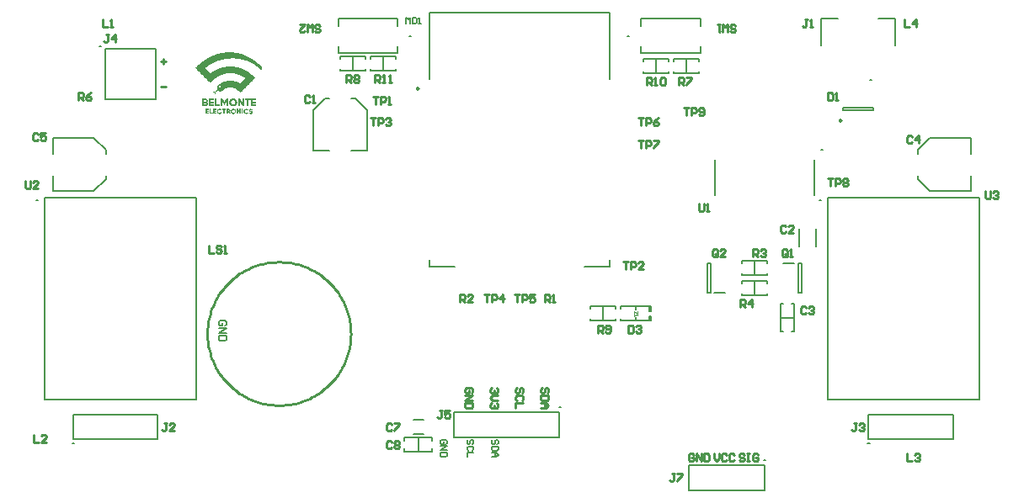
<source format=gto>
G04*
G04 #@! TF.GenerationSoftware,Altium Limited,Altium Designer,22.0.2 (36)*
G04*
G04 Layer_Color=65535*
%FSLAX25Y25*%
%MOIN*%
G70*
G04*
G04 #@! TF.SameCoordinates,A5FD766F-ED0D-4258-BB47-254A20FAC7F6*
G04*
G04*
G04 #@! TF.FilePolarity,Positive*
G04*
G01*
G75*
%ADD10C,0.00787*%
%ADD11C,0.00984*%
%ADD12C,0.01000*%
%ADD13C,0.00500*%
%ADD14C,0.00591*%
%ADD15C,0.00394*%
%ADD16C,0.00800*%
G36*
X86336Y177407D02*
X87043D01*
Y177329D01*
X87593D01*
Y177250D01*
X88143D01*
Y177171D01*
X88457D01*
Y177093D01*
X88850D01*
Y177014D01*
X89164D01*
Y176936D01*
X89400D01*
Y176857D01*
X89714D01*
Y176779D01*
X89950D01*
Y176700D01*
X90186D01*
Y176621D01*
X90343D01*
Y176543D01*
X90579D01*
Y176464D01*
X90814D01*
Y176386D01*
X90971D01*
Y176307D01*
X91207D01*
Y176229D01*
X91364D01*
Y176150D01*
X91600D01*
Y176071D01*
X91757D01*
Y175993D01*
X91914D01*
Y175914D01*
X92071D01*
Y175836D01*
X92229D01*
Y175757D01*
X92386D01*
Y175679D01*
X92543D01*
Y175600D01*
X92700D01*
Y175521D01*
X92857D01*
Y175443D01*
X93014D01*
Y175364D01*
X93093D01*
Y175286D01*
X93250D01*
Y175207D01*
X93407D01*
Y175129D01*
X93564D01*
Y175050D01*
X93643D01*
Y174971D01*
X93800D01*
Y174893D01*
X93957D01*
Y174814D01*
X94036D01*
Y174736D01*
X94193D01*
Y174657D01*
X94271D01*
Y174579D01*
X94429D01*
Y174500D01*
X94507D01*
Y174421D01*
X94664D01*
Y174343D01*
X94743D01*
Y174264D01*
X94900D01*
Y174186D01*
X94979D01*
Y174107D01*
X95136D01*
Y174029D01*
X95214D01*
Y173950D01*
X95293D01*
Y173871D01*
X95450D01*
Y173793D01*
X95529D01*
Y173714D01*
X95607D01*
Y173636D01*
X95764D01*
Y173557D01*
X95843D01*
Y173479D01*
X95921D01*
Y173400D01*
X96079D01*
Y173321D01*
X96157D01*
Y173243D01*
X96236D01*
Y173164D01*
X96314D01*
Y173086D01*
X96471D01*
Y173007D01*
X96550D01*
Y172929D01*
X96629D01*
Y172850D01*
X96707D01*
Y172771D01*
X96786D01*
Y172693D01*
X96943D01*
Y172614D01*
X97021D01*
Y172536D01*
X97100D01*
Y172457D01*
X97179D01*
Y172379D01*
X97257D01*
Y172300D01*
X97336D01*
Y172221D01*
X97414D01*
Y172143D01*
X97493D01*
Y172064D01*
X97571D01*
Y171986D01*
X97650D01*
Y171907D01*
X97729D01*
Y171829D01*
X97807D01*
Y171750D01*
X97886D01*
Y171671D01*
X97964D01*
Y171593D01*
X98043D01*
Y171436D01*
X98121D01*
Y171279D01*
X98200D01*
Y171043D01*
X98121D01*
Y170886D01*
X98043D01*
Y170807D01*
X97964D01*
Y170729D01*
X97886D01*
Y170650D01*
X97493D01*
Y170729D01*
X97336D01*
Y170807D01*
X97179D01*
Y170886D01*
X97100D01*
Y170964D01*
X97021D01*
Y171043D01*
X96943D01*
Y171121D01*
X96864D01*
Y171200D01*
X96786D01*
Y171279D01*
X96629D01*
Y171357D01*
X96550D01*
Y171436D01*
X96471D01*
Y171514D01*
X96393D01*
Y171593D01*
X96314D01*
Y171671D01*
X96236D01*
Y171750D01*
X96079D01*
Y171829D01*
X96000D01*
Y171907D01*
X95921D01*
Y171986D01*
X95843D01*
Y172064D01*
X95686D01*
Y172143D01*
X95607D01*
Y172221D01*
X95529D01*
Y172300D01*
X95371D01*
Y172379D01*
X95293D01*
Y172457D01*
X95136D01*
Y172536D01*
X95057D01*
Y172614D01*
X94900D01*
Y172693D01*
X94821D01*
Y172771D01*
X94664D01*
Y172850D01*
X94507D01*
Y172929D01*
X94429D01*
Y173007D01*
X94271D01*
Y173086D01*
X94114D01*
Y173164D01*
X93957D01*
Y173243D01*
X93800D01*
Y173321D01*
X93643D01*
Y173400D01*
X93486D01*
Y173479D01*
X93329D01*
Y173557D01*
X93171D01*
Y173636D01*
X93014D01*
Y173714D01*
X92857D01*
Y173793D01*
X92621D01*
Y173871D01*
X92464D01*
Y173950D01*
X92229D01*
Y174029D01*
X91993D01*
Y174107D01*
X91836D01*
Y174186D01*
X91600D01*
Y174264D01*
X91364D01*
Y174343D01*
X91050D01*
Y174421D01*
X90814D01*
Y174500D01*
X90500D01*
Y174579D01*
X90186D01*
Y174657D01*
X89793D01*
Y174736D01*
X89400D01*
Y174814D01*
X88929D01*
Y174893D01*
X88300D01*
Y174971D01*
X87279D01*
Y175050D01*
X85550D01*
Y174971D01*
X84529D01*
Y174893D01*
X83979D01*
Y174814D01*
X83429D01*
Y174736D01*
X83036D01*
Y174657D01*
X82643D01*
Y174579D01*
X82329D01*
Y174500D01*
X82014D01*
Y174421D01*
X81700D01*
Y174343D01*
X81386D01*
Y174264D01*
X81150D01*
Y174186D01*
X80914D01*
Y174107D01*
X80679D01*
Y174029D01*
X80443D01*
Y173950D01*
X80286D01*
Y173871D01*
X80050D01*
Y173793D01*
X79893D01*
Y173714D01*
X79657D01*
Y173636D01*
X79500D01*
Y173557D01*
X79343D01*
Y173479D01*
X79107D01*
Y173400D01*
X78950D01*
Y173321D01*
X78793D01*
Y173243D01*
X78636D01*
Y173164D01*
X78479D01*
Y173086D01*
X78321D01*
Y173007D01*
X78243D01*
Y172929D01*
X78086D01*
Y172850D01*
X77929D01*
Y172771D01*
X77771D01*
Y172693D01*
X77614D01*
Y172614D01*
X77536D01*
Y172536D01*
X77379D01*
Y172457D01*
X77221D01*
Y172379D01*
X77143D01*
Y172300D01*
X76986D01*
Y172221D01*
X76907D01*
Y172143D01*
X76750D01*
Y172064D01*
X76671D01*
Y171986D01*
X76514D01*
Y171907D01*
X76436D01*
Y171829D01*
X76279D01*
Y171750D01*
X76200D01*
Y171671D01*
X76121D01*
Y171593D01*
X75964D01*
Y171514D01*
X75886D01*
Y171436D01*
X75807D01*
Y171357D01*
X75729D01*
Y171279D01*
X75650D01*
Y171200D01*
X75571D01*
Y171121D01*
X75650D01*
Y171043D01*
X75729D01*
Y170964D01*
X75807D01*
Y170886D01*
X75886D01*
Y170807D01*
X75964D01*
Y170729D01*
X76043D01*
Y170650D01*
X76121D01*
Y170571D01*
X76200D01*
Y170493D01*
X76279D01*
Y170414D01*
X76357D01*
Y170336D01*
X76436D01*
Y170257D01*
X76514D01*
Y170179D01*
X76593D01*
Y170100D01*
X76671D01*
Y170021D01*
X76750D01*
Y169943D01*
X76829D01*
Y169864D01*
X76907D01*
Y169786D01*
X76986D01*
Y169707D01*
X77064D01*
Y169629D01*
X77143D01*
Y169550D01*
X77221D01*
Y169471D01*
X77300D01*
Y169393D01*
X77379D01*
Y169314D01*
X77457D01*
Y169236D01*
X77536D01*
Y169157D01*
X77771D01*
Y169236D01*
X77850D01*
Y169314D01*
X78007D01*
Y169393D01*
X78086D01*
Y169471D01*
X78243D01*
Y169550D01*
X78321D01*
Y169629D01*
X78400D01*
Y169707D01*
X78557D01*
Y169786D01*
X78636D01*
Y169864D01*
X78793D01*
Y169943D01*
X78950D01*
Y170021D01*
X79029D01*
Y170100D01*
X79186D01*
Y170179D01*
X79343D01*
Y170257D01*
X79421D01*
Y170336D01*
X79579D01*
Y170414D01*
X79736D01*
Y170493D01*
X79893D01*
Y170571D01*
X80050D01*
Y170650D01*
X80207D01*
Y170729D01*
X80443D01*
Y170807D01*
X80600D01*
Y170886D01*
X80757D01*
Y170964D01*
X80993D01*
Y171043D01*
X81229D01*
Y171121D01*
X81464D01*
Y171200D01*
X81621D01*
Y171279D01*
X81857D01*
Y171357D01*
X82093D01*
Y171436D01*
X82486D01*
Y171514D01*
X82800D01*
Y171593D01*
X83193D01*
Y171671D01*
X83664D01*
Y171750D01*
X84293D01*
Y171829D01*
X86807D01*
Y171750D01*
X87514D01*
Y171671D01*
X87986D01*
Y171593D01*
X88379D01*
Y171514D01*
X88693D01*
Y171436D01*
X88929D01*
Y171357D01*
X89164D01*
Y171279D01*
X89479D01*
Y171200D01*
X89636D01*
Y171121D01*
X89871D01*
Y171043D01*
X90107D01*
Y170964D01*
X90264D01*
Y170886D01*
X90500D01*
Y170807D01*
X90657D01*
Y170729D01*
X90814D01*
Y170650D01*
X90971D01*
Y170571D01*
X91050D01*
Y170493D01*
X91207D01*
Y170414D01*
X91364D01*
Y170336D01*
X91521D01*
Y170257D01*
X91679D01*
Y170179D01*
X91757D01*
Y170100D01*
X91914D01*
Y170021D01*
X92071D01*
Y169943D01*
X92150D01*
Y169864D01*
X92307D01*
Y169786D01*
X92464D01*
Y169707D01*
X92543D01*
Y169629D01*
X92700D01*
Y169550D01*
X92779D01*
Y169471D01*
X92857D01*
Y169393D01*
X93014D01*
Y169314D01*
X93093D01*
Y169236D01*
X93171D01*
Y169157D01*
X93329D01*
Y169079D01*
X93407D01*
Y169000D01*
X93486D01*
Y168921D01*
X93564D01*
Y168843D01*
X93721D01*
Y168764D01*
X93800D01*
Y168686D01*
X93879D01*
Y168607D01*
X93957D01*
Y168529D01*
X94036D01*
Y168450D01*
X94114D01*
Y168371D01*
X94271D01*
Y168293D01*
X94350D01*
Y168214D01*
X94429D01*
Y168136D01*
X94507D01*
Y168057D01*
X94586D01*
Y167979D01*
X94664D01*
Y167900D01*
X94743D01*
Y167821D01*
X94821D01*
Y167743D01*
X94900D01*
Y167664D01*
X94979D01*
Y167586D01*
X95057D01*
Y167507D01*
X95136D01*
Y167429D01*
X95214D01*
Y167036D01*
X95136D01*
Y166957D01*
X95057D01*
Y166879D01*
X94979D01*
Y166800D01*
X94900D01*
Y166721D01*
X94821D01*
Y166643D01*
X94743D01*
Y166564D01*
X94664D01*
Y166486D01*
X94586D01*
Y166407D01*
X94507D01*
Y166329D01*
X94429D01*
Y166250D01*
X94350D01*
Y166171D01*
X94271D01*
Y166093D01*
X94193D01*
Y166014D01*
X94114D01*
Y165936D01*
X94036D01*
Y165857D01*
X93957D01*
Y165779D01*
X93879D01*
Y165700D01*
X93800D01*
Y165621D01*
X93721D01*
Y165543D01*
X93643D01*
Y165464D01*
X93564D01*
Y165386D01*
X93486D01*
Y165307D01*
X93407D01*
Y165229D01*
X93329D01*
Y165150D01*
X93250D01*
Y165071D01*
X93171D01*
Y164993D01*
X93093D01*
Y164914D01*
X93014D01*
Y164836D01*
X92936D01*
Y164757D01*
X92857D01*
Y164679D01*
X92779D01*
Y164600D01*
X92700D01*
Y164521D01*
X92621D01*
Y164443D01*
X92543D01*
Y164364D01*
X92464D01*
Y164286D01*
X92386D01*
Y164207D01*
X92307D01*
Y164129D01*
X92229D01*
Y164050D01*
X92150D01*
Y163971D01*
X92071D01*
Y163893D01*
X91993D01*
Y163814D01*
X91914D01*
Y163736D01*
X91836D01*
Y163657D01*
X91757D01*
Y163579D01*
X91679D01*
Y163500D01*
X91600D01*
Y163421D01*
X91521D01*
Y163343D01*
X91443D01*
Y163264D01*
X91364D01*
Y163186D01*
X91286D01*
Y163107D01*
X91207D01*
Y163029D01*
X91129D01*
Y162950D01*
X91050D01*
Y162871D01*
X90971D01*
Y162793D01*
X90893D01*
Y162714D01*
X90814D01*
Y162636D01*
X90736D01*
Y162557D01*
X90657D01*
Y162479D01*
X90579D01*
Y162400D01*
X90500D01*
Y162321D01*
X90421D01*
Y162243D01*
X90343D01*
Y162164D01*
X90264D01*
Y162086D01*
X90186D01*
Y162007D01*
X90107D01*
Y161929D01*
X90029D01*
Y161850D01*
X89950D01*
Y161771D01*
X89871D01*
Y161693D01*
X89793D01*
Y161614D01*
X89714D01*
Y161536D01*
X89557D01*
Y161457D01*
X89400D01*
Y161536D01*
X89321D01*
Y161614D01*
X89243D01*
Y161693D01*
X89164D01*
Y161771D01*
X89086D01*
Y161850D01*
X89007D01*
Y161929D01*
X88929D01*
Y162007D01*
X88850D01*
Y162086D01*
X88693D01*
Y162164D01*
X88614D01*
Y162243D01*
X88536D01*
Y162321D01*
X88457D01*
Y162400D01*
X88379D01*
Y162479D01*
X88300D01*
Y162557D01*
X88221D01*
Y162636D01*
X88143D01*
Y162714D01*
X87986D01*
Y162793D01*
X87907D01*
Y162871D01*
X87829D01*
Y162950D01*
X87671D01*
Y163029D01*
X87514D01*
Y163107D01*
X87357D01*
Y163186D01*
X87200D01*
Y163264D01*
X86964D01*
Y163343D01*
X86729D01*
Y163421D01*
X86414D01*
Y163500D01*
X85786D01*
Y163579D01*
X85550D01*
Y163500D01*
X84764D01*
Y163421D01*
X84371D01*
Y163343D01*
X84136D01*
Y163264D01*
X83900D01*
Y163186D01*
X83743D01*
Y163107D01*
X83586D01*
Y163029D01*
X83429D01*
Y162950D01*
X83271D01*
Y162871D01*
X83193D01*
Y162793D01*
X83036D01*
Y162714D01*
X82957D01*
Y162636D01*
X82800D01*
Y162557D01*
X82721D01*
Y162479D01*
X82643D01*
Y162400D01*
X82564D01*
Y162321D01*
X82407D01*
Y162243D01*
X82329D01*
Y162164D01*
X82250D01*
Y162086D01*
X82171D01*
Y162007D01*
X81936D01*
Y161929D01*
X81229D01*
Y162007D01*
X80993D01*
Y162086D01*
X80836D01*
Y162164D01*
X80757D01*
Y162243D01*
X80679D01*
Y162321D01*
X80521D01*
Y162243D01*
X80443D01*
Y162164D01*
X80364D01*
Y162086D01*
X80207D01*
Y162007D01*
X80129D01*
Y161929D01*
X80050D01*
Y161850D01*
X79971D01*
Y161771D01*
X79893D01*
Y161693D01*
X79814D01*
Y161457D01*
X79736D01*
Y161221D01*
X79657D01*
Y161064D01*
X79579D01*
Y160907D01*
X79500D01*
Y160829D01*
X79264D01*
Y161221D01*
X79343D01*
Y161457D01*
X79421D01*
Y161614D01*
X79107D01*
Y161536D01*
X78714D01*
Y161614D01*
X78636D01*
Y161771D01*
X78714D01*
Y161850D01*
X78871D01*
Y161929D01*
X79264D01*
Y162007D01*
X79657D01*
Y162086D01*
X79736D01*
Y162164D01*
X79893D01*
Y162243D01*
X79971D01*
Y162321D01*
X80050D01*
Y162400D01*
X80129D01*
Y162479D01*
X80286D01*
Y162557D01*
X80364D01*
Y162636D01*
X80286D01*
Y162871D01*
X80207D01*
Y163579D01*
X80286D01*
Y163814D01*
X80364D01*
Y163971D01*
X80443D01*
Y164050D01*
X80521D01*
Y164207D01*
X80600D01*
Y164286D01*
X80757D01*
Y164364D01*
X80836D01*
Y164443D01*
X80914D01*
Y164521D01*
X80993D01*
Y164600D01*
X81071D01*
Y164679D01*
X81150D01*
Y164757D01*
X81229D01*
Y164836D01*
X81386D01*
Y164914D01*
X81464D01*
Y164993D01*
X81621D01*
Y165071D01*
X81700D01*
Y165150D01*
X81857D01*
Y165229D01*
X81936D01*
Y165307D01*
X82093D01*
Y165386D01*
X82250D01*
Y165464D01*
X82407D01*
Y165543D01*
X82564D01*
Y165621D01*
X82800D01*
Y165700D01*
X82957D01*
Y165779D01*
X83193D01*
Y165857D01*
X83429D01*
Y165936D01*
X83664D01*
Y166014D01*
X83979D01*
Y166093D01*
X84371D01*
Y166171D01*
X85236D01*
Y166250D01*
X86100D01*
Y166171D01*
X86650D01*
Y166093D01*
X87043D01*
Y166014D01*
X87357D01*
Y165936D01*
X87593D01*
Y165857D01*
X87907D01*
Y165779D01*
X88064D01*
Y165700D01*
X88300D01*
Y165621D01*
X88457D01*
Y165543D01*
X88614D01*
Y165464D01*
X88771D01*
Y165386D01*
X88929D01*
Y165307D01*
X89086D01*
Y165229D01*
X89243D01*
Y165150D01*
X89321D01*
Y165071D01*
X89400D01*
Y165150D01*
X89479D01*
Y165229D01*
X89557D01*
Y165307D01*
X89636D01*
Y165386D01*
X89714D01*
Y165464D01*
X89793D01*
Y165543D01*
X89871D01*
Y165621D01*
X89950D01*
Y165700D01*
X90029D01*
Y165779D01*
X90107D01*
Y165857D01*
X90186D01*
Y165936D01*
X90264D01*
Y166014D01*
X90343D01*
Y166093D01*
X90421D01*
Y166171D01*
X90500D01*
Y166250D01*
X90579D01*
Y166329D01*
X90657D01*
Y166407D01*
X90736D01*
Y166486D01*
X90814D01*
Y166564D01*
X90893D01*
Y166643D01*
X90971D01*
Y166721D01*
X91050D01*
Y166800D01*
X91129D01*
Y166879D01*
X91207D01*
Y166957D01*
X91286D01*
Y167036D01*
X91364D01*
Y167114D01*
X91443D01*
Y167271D01*
X91286D01*
Y167350D01*
X91207D01*
Y167429D01*
X91050D01*
Y167507D01*
X90971D01*
Y167586D01*
X90814D01*
Y167664D01*
X90736D01*
Y167743D01*
X90579D01*
Y167821D01*
X90421D01*
Y167900D01*
X90264D01*
Y167979D01*
X90107D01*
Y168057D01*
X90029D01*
Y168136D01*
X89871D01*
Y168214D01*
X89714D01*
Y168293D01*
X89479D01*
Y168371D01*
X89321D01*
Y168450D01*
X89086D01*
Y168529D01*
X88929D01*
Y168607D01*
X88693D01*
Y168686D01*
X88457D01*
Y168764D01*
X88221D01*
Y168843D01*
X87907D01*
Y168921D01*
X87593D01*
Y169000D01*
X87200D01*
Y169079D01*
X86807D01*
Y169157D01*
X85786D01*
Y169236D01*
X85550D01*
Y169157D01*
X84371D01*
Y169079D01*
X83821D01*
Y169000D01*
X83429D01*
Y168921D01*
X83114D01*
Y168843D01*
X82800D01*
Y168764D01*
X82564D01*
Y168686D01*
X82407D01*
Y168607D01*
X82171D01*
Y168529D01*
X81936D01*
Y168450D01*
X81779D01*
Y168371D01*
X81543D01*
Y168293D01*
X81386D01*
Y168214D01*
X81229D01*
Y168136D01*
X81071D01*
Y168057D01*
X80914D01*
Y167979D01*
X80836D01*
Y167900D01*
X80679D01*
Y167821D01*
X80521D01*
Y167743D01*
X80364D01*
Y167664D01*
X80286D01*
Y167586D01*
X80129D01*
Y167507D01*
X80050D01*
Y167429D01*
X79893D01*
Y167350D01*
X79814D01*
Y167271D01*
X79657D01*
Y167193D01*
X79579D01*
Y167114D01*
X79500D01*
Y167036D01*
X79421D01*
Y166957D01*
X79264D01*
Y166879D01*
X79186D01*
Y166800D01*
X79107D01*
Y166721D01*
X79029D01*
Y166643D01*
X78871D01*
Y166564D01*
X78793D01*
Y166486D01*
X78714D01*
Y166407D01*
X78636D01*
Y166329D01*
X78557D01*
Y166250D01*
X78479D01*
Y166171D01*
X78400D01*
Y166093D01*
X78321D01*
Y166014D01*
X78243D01*
Y165936D01*
X78164D01*
Y165857D01*
X78086D01*
Y165779D01*
X77929D01*
Y165700D01*
X77850D01*
Y165621D01*
X77771D01*
Y165543D01*
X77693D01*
Y165464D01*
X77457D01*
Y165543D01*
X77300D01*
Y165621D01*
X77221D01*
Y165700D01*
X77143D01*
Y165779D01*
X77064D01*
Y165857D01*
X76986D01*
Y165936D01*
X76907D01*
Y166014D01*
X76829D01*
Y166093D01*
X76750D01*
Y166171D01*
X76671D01*
Y166250D01*
X76593D01*
Y166329D01*
X76514D01*
Y166407D01*
X76436D01*
Y166486D01*
X76357D01*
Y166564D01*
X76279D01*
Y166643D01*
X76200D01*
Y166721D01*
X76121D01*
Y166800D01*
X76043D01*
Y166879D01*
X75964D01*
Y166957D01*
X75886D01*
Y167036D01*
X75807D01*
Y167114D01*
X75729D01*
Y167193D01*
X75650D01*
Y167271D01*
X75571D01*
Y167350D01*
X75493D01*
Y167429D01*
X75414D01*
Y167507D01*
X75336D01*
Y167586D01*
X75257D01*
Y167664D01*
X75179D01*
Y167743D01*
X75100D01*
Y167821D01*
X75021D01*
Y167900D01*
X74943D01*
Y167979D01*
X74864D01*
Y168057D01*
X74786D01*
Y168136D01*
X74707D01*
Y168214D01*
X74629D01*
Y168293D01*
X74550D01*
Y168371D01*
X74471D01*
Y168450D01*
X74393D01*
Y168529D01*
X74314D01*
Y168607D01*
X74236D01*
Y168686D01*
X74157D01*
Y168764D01*
X74079D01*
Y168843D01*
X74000D01*
Y168921D01*
X73921D01*
Y169000D01*
X73843D01*
Y169079D01*
X73764D01*
Y169157D01*
X73686D01*
Y169236D01*
X73607D01*
Y169314D01*
X73529D01*
Y169393D01*
X73450D01*
Y169471D01*
X73371D01*
Y169550D01*
X73293D01*
Y169629D01*
X73214D01*
Y169707D01*
X73136D01*
Y169786D01*
X73057D01*
Y169864D01*
X72979D01*
Y169943D01*
X72900D01*
Y170021D01*
X72821D01*
Y170100D01*
X72743D01*
Y170179D01*
X72664D01*
Y170257D01*
X72586D01*
Y170336D01*
X72507D01*
Y170414D01*
X72429D01*
Y170493D01*
X72350D01*
Y170571D01*
X72271D01*
Y170650D01*
X72193D01*
Y170729D01*
X72114D01*
Y170807D01*
X72036D01*
Y170886D01*
X71957D01*
Y170964D01*
X71879D01*
Y171043D01*
X71800D01*
Y171357D01*
X71879D01*
Y171436D01*
X71957D01*
Y171514D01*
X72036D01*
Y171593D01*
X72114D01*
Y171671D01*
X72193D01*
Y171750D01*
X72271D01*
Y171829D01*
X72350D01*
Y171907D01*
X72429D01*
Y171986D01*
X72507D01*
Y172064D01*
X72586D01*
Y172143D01*
X72664D01*
Y172221D01*
X72743D01*
Y172300D01*
X72821D01*
Y172379D01*
X72900D01*
Y172457D01*
X72979D01*
Y172536D01*
X73057D01*
Y172614D01*
X73214D01*
Y172693D01*
X73293D01*
Y172771D01*
X73371D01*
Y172850D01*
X73450D01*
Y172929D01*
X73529D01*
Y173007D01*
X73686D01*
Y173086D01*
X73764D01*
Y173164D01*
X73843D01*
Y173243D01*
X73921D01*
Y173321D01*
X74079D01*
Y173400D01*
X74157D01*
Y173479D01*
X74236D01*
Y173557D01*
X74393D01*
Y173636D01*
X74471D01*
Y173714D01*
X74550D01*
Y173793D01*
X74707D01*
Y173871D01*
X74786D01*
Y173950D01*
X74864D01*
Y174029D01*
X75021D01*
Y174107D01*
X75100D01*
Y174186D01*
X75179D01*
Y174264D01*
X75336D01*
Y174343D01*
X75414D01*
Y174421D01*
X75571D01*
Y174500D01*
X75650D01*
Y174579D01*
X75807D01*
Y174657D01*
X75886D01*
Y174736D01*
X76043D01*
Y174814D01*
X76200D01*
Y174893D01*
X76279D01*
Y174971D01*
X76436D01*
Y175050D01*
X76593D01*
Y175129D01*
X76671D01*
Y175207D01*
X76829D01*
Y175286D01*
X76986D01*
Y175364D01*
X77143D01*
Y175443D01*
X77300D01*
Y175521D01*
X77457D01*
Y175600D01*
X77536D01*
Y175679D01*
X77771D01*
Y175757D01*
X77929D01*
Y175836D01*
X78086D01*
Y175914D01*
X78243D01*
Y175993D01*
X78400D01*
Y176071D01*
X78636D01*
Y176150D01*
X78793D01*
Y176229D01*
X78950D01*
Y176307D01*
X79186D01*
Y176386D01*
X79421D01*
Y176464D01*
X79579D01*
Y176543D01*
X79814D01*
Y176621D01*
X80050D01*
Y176700D01*
X80286D01*
Y176779D01*
X80600D01*
Y176857D01*
X80836D01*
Y176936D01*
X81150D01*
Y177014D01*
X81464D01*
Y177093D01*
X81857D01*
Y177171D01*
X82250D01*
Y177250D01*
X82721D01*
Y177329D01*
X83271D01*
Y177407D01*
X84057D01*
Y177486D01*
X86336D01*
Y177407D01*
D02*
G37*
G36*
X84686Y159100D02*
X84764D01*
Y156114D01*
X83979D01*
Y157686D01*
X83900D01*
Y157607D01*
X83821D01*
Y157450D01*
X83743D01*
Y157293D01*
X83664D01*
Y157214D01*
X83586D01*
Y157057D01*
X83507D01*
Y156900D01*
X83429D01*
Y156743D01*
X83350D01*
Y156664D01*
X83271D01*
Y156586D01*
X83114D01*
Y156664D01*
X83036D01*
Y156743D01*
X82957D01*
Y156900D01*
X82879D01*
Y157057D01*
X82800D01*
Y157136D01*
X82721D01*
Y157293D01*
X82643D01*
Y157450D01*
X82564D01*
Y157607D01*
X82486D01*
Y157686D01*
X82407D01*
Y156114D01*
X81621D01*
Y159100D01*
X81700D01*
Y159179D01*
X82407D01*
Y159021D01*
X82486D01*
Y158943D01*
X82564D01*
Y158786D01*
X82643D01*
Y158629D01*
X82721D01*
Y158550D01*
X82800D01*
Y158393D01*
X82879D01*
Y158236D01*
X82957D01*
Y158157D01*
X83036D01*
Y158079D01*
Y158000D01*
X83114D01*
Y157843D01*
X83193D01*
Y157921D01*
X83271D01*
Y158000D01*
X83350D01*
Y158157D01*
X83429D01*
Y158314D01*
X83507D01*
Y158393D01*
X83586D01*
Y158550D01*
X83664D01*
Y158707D01*
X83743D01*
Y158786D01*
X83821D01*
Y158943D01*
X83900D01*
Y159100D01*
X83979D01*
Y159179D01*
X84686D01*
Y159100D01*
D02*
G37*
G36*
X90971D02*
X91050D01*
Y156114D01*
X90343D01*
Y156271D01*
X90264D01*
Y156350D01*
X90186D01*
Y156507D01*
X90107D01*
Y156586D01*
X90029D01*
Y156743D01*
X89950D01*
Y156900D01*
X89871D01*
Y156979D01*
X89793D01*
Y157057D01*
Y157136D01*
X89714D01*
Y157214D01*
X89636D01*
Y157371D01*
X89557D01*
Y157450D01*
X89479D01*
Y157607D01*
X89400D01*
Y157764D01*
X89243D01*
Y156114D01*
X88536D01*
Y159179D01*
X89321D01*
Y159021D01*
X89400D01*
Y158943D01*
X89479D01*
Y158786D01*
X89557D01*
Y158629D01*
X89636D01*
Y158550D01*
X89714D01*
Y158393D01*
X89793D01*
Y158314D01*
X89871D01*
Y158157D01*
X89950D01*
Y158079D01*
X90029D01*
Y157921D01*
X90107D01*
Y157764D01*
X90186D01*
Y157686D01*
X90264D01*
Y159179D01*
X90971D01*
Y159100D01*
D02*
G37*
G36*
X95686Y158471D02*
X94507D01*
Y158000D01*
X95607D01*
Y157293D01*
X94507D01*
Y156821D01*
X95686D01*
Y156114D01*
X93800D01*
Y159179D01*
X95686D01*
Y158471D01*
D02*
G37*
G36*
X93564D02*
X92857D01*
Y158393D01*
X92779D01*
Y156114D01*
X92071D01*
Y158471D01*
X91286D01*
Y158550D01*
Y159179D01*
X93564D01*
Y158471D01*
D02*
G37*
G36*
X80129Y156821D02*
X81307D01*
Y156114D01*
X79421D01*
Y156821D01*
Y156900D01*
Y159179D01*
X80129D01*
Y156821D01*
D02*
G37*
G36*
X78950Y158471D02*
X77771D01*
Y158000D01*
X78871D01*
Y157293D01*
X77771D01*
Y156821D01*
X78950D01*
Y156114D01*
X77064D01*
Y158393D01*
Y158471D01*
Y159179D01*
X78950D01*
Y158471D01*
D02*
G37*
G36*
X75886Y159100D02*
X76121D01*
Y159021D01*
X76279D01*
Y158943D01*
X76357D01*
Y158864D01*
X76436D01*
Y158786D01*
X76514D01*
Y158629D01*
X76593D01*
Y158314D01*
X76671D01*
Y158157D01*
X76593D01*
Y157843D01*
X76514D01*
Y157607D01*
X76593D01*
Y157529D01*
X76671D01*
Y157371D01*
X76750D01*
Y156743D01*
X76671D01*
Y156586D01*
X76593D01*
Y156429D01*
X76514D01*
Y156350D01*
X76436D01*
Y156271D01*
X76279D01*
Y156193D01*
X76121D01*
Y156114D01*
X74393D01*
Y159179D01*
X75886D01*
Y159100D01*
D02*
G37*
G36*
X86807D02*
X87200D01*
Y159021D01*
X87357D01*
Y158943D01*
X87514D01*
Y158864D01*
X87593D01*
Y158786D01*
X87671D01*
Y158707D01*
X87750D01*
Y158629D01*
X87829D01*
Y158550D01*
X87907D01*
Y158471D01*
X87986D01*
Y158314D01*
X88064D01*
Y158157D01*
X88143D01*
Y157843D01*
X88221D01*
Y157293D01*
X88143D01*
Y157057D01*
X88064D01*
Y156900D01*
X87986D01*
Y156743D01*
X87907D01*
Y156586D01*
X87829D01*
Y156507D01*
X87750D01*
Y156429D01*
X87671D01*
Y156350D01*
X87514D01*
Y156271D01*
X87436D01*
Y156193D01*
X87279D01*
Y156114D01*
X87043D01*
Y156036D01*
X86257D01*
Y156114D01*
X86021D01*
Y156193D01*
X85864D01*
Y156271D01*
X85707D01*
Y156350D01*
X85629D01*
Y156429D01*
X85550D01*
Y156507D01*
X85471D01*
Y156586D01*
X85393D01*
Y156664D01*
X85314D01*
Y156821D01*
X85236D01*
Y156979D01*
X85157D01*
Y157214D01*
X85079D01*
Y157921D01*
X85157D01*
Y158236D01*
X85236D01*
Y158314D01*
X85314D01*
Y158471D01*
X85393D01*
Y158550D01*
X85471D01*
Y158707D01*
X85550D01*
Y158786D01*
X85707D01*
Y158864D01*
X85786D01*
Y158943D01*
X85943D01*
Y159021D01*
X86100D01*
Y159100D01*
X86493D01*
Y159179D01*
X86807D01*
Y159100D01*
D02*
G37*
G36*
X93800Y155014D02*
X94036D01*
Y154936D01*
X94114D01*
Y154857D01*
X94193D01*
Y154779D01*
X94271D01*
Y154621D01*
X94193D01*
Y154543D01*
X94114D01*
Y154464D01*
X93957D01*
Y154386D01*
X93879D01*
Y154464D01*
X93800D01*
Y154543D01*
X93721D01*
Y154621D01*
X93486D01*
Y154543D01*
X93407D01*
Y154386D01*
X93486D01*
Y154307D01*
X93721D01*
Y154229D01*
X93957D01*
Y154150D01*
X94036D01*
Y154071D01*
X94193D01*
Y153993D01*
X94271D01*
Y153836D01*
X94350D01*
Y153364D01*
X94271D01*
Y153207D01*
X94193D01*
Y153129D01*
X94036D01*
Y153050D01*
X93879D01*
Y152971D01*
X93329D01*
Y153050D01*
X93171D01*
Y153129D01*
X93014D01*
Y153207D01*
X92936D01*
Y153364D01*
X92857D01*
Y153521D01*
X92936D01*
Y153600D01*
X93093D01*
Y153679D01*
X93250D01*
Y153600D01*
X93329D01*
Y153521D01*
X93486D01*
Y153443D01*
X93721D01*
Y153521D01*
X93879D01*
Y153600D01*
Y153679D01*
X93800D01*
Y153757D01*
X93643D01*
Y153836D01*
X93407D01*
Y153914D01*
X93250D01*
Y153993D01*
X93093D01*
Y154071D01*
X93014D01*
Y154229D01*
X92936D01*
Y154779D01*
X93014D01*
Y154857D01*
X93093D01*
Y154936D01*
X93171D01*
Y155014D01*
X93329D01*
Y155093D01*
X93800D01*
Y155014D01*
D02*
G37*
G36*
X92071D02*
X92307D01*
Y154936D01*
X92386D01*
Y154857D01*
X92464D01*
Y154779D01*
X92621D01*
Y154621D01*
X92700D01*
Y154543D01*
X92621D01*
Y154464D01*
X92543D01*
Y154386D01*
X92386D01*
Y154307D01*
X92229D01*
Y154464D01*
X92071D01*
Y154543D01*
X91914D01*
Y154621D01*
X91679D01*
Y154543D01*
X91521D01*
Y154464D01*
X91443D01*
Y154386D01*
X91364D01*
Y154307D01*
X91286D01*
Y153757D01*
X91364D01*
Y153679D01*
X91443D01*
Y153600D01*
X91521D01*
Y153521D01*
X91679D01*
Y153443D01*
X91914D01*
Y153521D01*
X92071D01*
Y153600D01*
X92229D01*
Y153757D01*
X92386D01*
Y153679D01*
X92543D01*
Y153600D01*
X92700D01*
Y153443D01*
X92621D01*
Y153364D01*
X92543D01*
Y153286D01*
X92464D01*
Y153207D01*
X92386D01*
Y153129D01*
X92229D01*
Y153050D01*
X92071D01*
Y152971D01*
X91521D01*
Y153050D01*
X91364D01*
Y153129D01*
X91207D01*
Y153207D01*
X91129D01*
Y153286D01*
X91050D01*
Y153364D01*
X90971D01*
Y153443D01*
X90893D01*
Y153600D01*
X90814D01*
Y153836D01*
X90736D01*
Y154229D01*
X90814D01*
Y154464D01*
X90893D01*
Y154621D01*
X90971D01*
Y154700D01*
X91050D01*
Y154779D01*
X91129D01*
Y154857D01*
X91207D01*
Y154936D01*
X91364D01*
Y155014D01*
X91521D01*
Y155093D01*
X92071D01*
Y155014D01*
D02*
G37*
G36*
X81543D02*
X81700D01*
Y154936D01*
X81857D01*
Y154857D01*
X81936D01*
Y154779D01*
X82014D01*
Y154700D01*
X82093D01*
Y154464D01*
X81936D01*
Y154386D01*
X81779D01*
Y154307D01*
X81700D01*
Y154386D01*
X81621D01*
Y154464D01*
X81543D01*
Y154543D01*
X81386D01*
Y154621D01*
X81150D01*
Y154543D01*
X80914D01*
Y154464D01*
X80836D01*
Y154386D01*
X80757D01*
Y154229D01*
X80679D01*
Y153836D01*
X80757D01*
Y153679D01*
X80836D01*
Y153600D01*
X80993D01*
Y153521D01*
X81150D01*
Y153443D01*
X81307D01*
Y153521D01*
X81543D01*
Y153600D01*
X81621D01*
Y153679D01*
X81700D01*
Y153757D01*
X81857D01*
Y153679D01*
X81936D01*
Y153600D01*
X82093D01*
Y153364D01*
X82014D01*
Y153286D01*
X81936D01*
Y153207D01*
X81857D01*
Y153129D01*
X81700D01*
Y153050D01*
X81543D01*
Y152971D01*
X80993D01*
Y153050D01*
X80757D01*
Y153129D01*
X80600D01*
Y153207D01*
X80521D01*
Y153286D01*
X80443D01*
Y153364D01*
X80364D01*
Y153521D01*
X80286D01*
Y153679D01*
X80207D01*
Y154386D01*
X80286D01*
Y154543D01*
X80364D01*
Y154700D01*
X80443D01*
Y154779D01*
X80521D01*
Y154857D01*
X80600D01*
Y154936D01*
X80757D01*
Y155014D01*
X80993D01*
Y155093D01*
X81543D01*
Y155014D01*
D02*
G37*
G36*
X89636Y153050D02*
X89243D01*
Y153129D01*
X89164D01*
Y153286D01*
X89086D01*
Y153364D01*
X89007D01*
Y153521D01*
X88929D01*
Y153600D01*
X88850D01*
Y153757D01*
X88771D01*
Y153836D01*
X88693D01*
Y153993D01*
X88614D01*
Y154150D01*
X88536D01*
Y153050D01*
X87986D01*
Y155093D01*
X88536D01*
Y155014D01*
X88614D01*
Y154857D01*
X88693D01*
Y154779D01*
X88771D01*
Y154621D01*
X88850D01*
Y154464D01*
X88929D01*
Y154386D01*
X89007D01*
Y154229D01*
X89086D01*
Y154150D01*
X89164D01*
Y155093D01*
X89636D01*
Y153050D01*
D02*
G37*
G36*
X90500D02*
X90029D01*
Y153443D01*
Y153521D01*
Y155093D01*
X90500D01*
Y153050D01*
D02*
G37*
G36*
X85079Y155014D02*
X85236D01*
Y154936D01*
X85314D01*
Y154857D01*
X85393D01*
Y154779D01*
X85471D01*
Y154621D01*
X85550D01*
Y154150D01*
X85471D01*
Y153993D01*
X85393D01*
Y153914D01*
X85314D01*
Y153836D01*
X85236D01*
Y153757D01*
X85314D01*
Y153600D01*
X85393D01*
Y153443D01*
X85471D01*
Y153364D01*
X85550D01*
Y153207D01*
X85629D01*
Y153050D01*
X85079D01*
Y153207D01*
X85000D01*
Y153286D01*
X84921D01*
Y153443D01*
X84843D01*
Y153600D01*
X84764D01*
Y153679D01*
X84529D01*
Y153050D01*
X83979D01*
Y153521D01*
Y153600D01*
Y155093D01*
X85079D01*
Y155014D01*
D02*
G37*
G36*
X83821Y154700D02*
Y154621D01*
X83271D01*
Y153050D01*
X82800D01*
Y154621D01*
X82250D01*
Y155093D01*
X83821D01*
Y154700D01*
D02*
G37*
G36*
X80050Y154621D02*
X79264D01*
Y154307D01*
X79971D01*
Y153836D01*
X79264D01*
Y153521D01*
X80050D01*
Y153050D01*
X78793D01*
Y155093D01*
X80050D01*
Y154621D01*
D02*
G37*
G36*
X77771Y153521D02*
X78557D01*
Y153050D01*
X77300D01*
Y155093D01*
X77771D01*
Y153521D01*
D02*
G37*
G36*
X76986Y154621D02*
X76200D01*
Y154307D01*
X76907D01*
Y153836D01*
X76200D01*
Y153521D01*
X76986D01*
Y153050D01*
X75729D01*
Y155093D01*
X76986D01*
Y154621D01*
D02*
G37*
G36*
X87043Y155014D02*
X87200D01*
Y154936D01*
X87357D01*
Y154857D01*
X87436D01*
Y154779D01*
X87514D01*
Y154700D01*
X87593D01*
Y154621D01*
X87671D01*
Y154464D01*
X87750D01*
Y153679D01*
X87671D01*
Y153521D01*
X87593D01*
Y153364D01*
X87514D01*
Y153286D01*
X87436D01*
Y153207D01*
X87357D01*
Y153129D01*
X87200D01*
Y153050D01*
X87043D01*
Y152971D01*
X86493D01*
Y153050D01*
X86257D01*
Y153129D01*
X86100D01*
Y153207D01*
X86021D01*
Y153286D01*
X85943D01*
Y153364D01*
X85864D01*
Y153521D01*
X85786D01*
Y153679D01*
X85707D01*
Y154386D01*
X85786D01*
Y154543D01*
X85864D01*
Y154700D01*
X85943D01*
Y154779D01*
X86021D01*
Y154857D01*
X86100D01*
Y154936D01*
X86257D01*
Y155014D01*
X86493D01*
Y155093D01*
X87043D01*
Y155014D01*
D02*
G37*
%LPC*%
G36*
X81543Y164286D02*
X81150D01*
Y164207D01*
X81071D01*
Y164129D01*
X80993D01*
Y163657D01*
X81071D01*
Y163579D01*
X81150D01*
Y163500D01*
X81543D01*
Y163579D01*
X81621D01*
Y163657D01*
X81700D01*
Y163736D01*
X81779D01*
Y163971D01*
X81700D01*
Y164129D01*
X81621D01*
Y164207D01*
X81543D01*
Y164286D01*
D02*
G37*
G36*
X75886Y158471D02*
X75179D01*
Y158393D01*
X75100D01*
Y158236D01*
Y158157D01*
Y158000D01*
X75886D01*
Y158079D01*
X75964D01*
Y158314D01*
X75886D01*
Y158471D01*
D02*
G37*
G36*
X75964Y157293D02*
X75179D01*
Y157214D01*
X75100D01*
Y156821D01*
X75964D01*
Y156900D01*
X76043D01*
Y157214D01*
X75964D01*
Y157293D01*
D02*
G37*
G36*
X86964Y158393D02*
X86336D01*
Y158314D01*
X86179D01*
Y158236D01*
X86100D01*
Y158157D01*
X86021D01*
Y158079D01*
X85943D01*
Y158000D01*
X85864D01*
Y157764D01*
X85786D01*
Y157607D01*
Y157529D01*
Y157450D01*
X85864D01*
Y157214D01*
X85943D01*
Y157057D01*
X86021D01*
Y156979D01*
X86100D01*
Y156900D01*
X86257D01*
Y156821D01*
X86493D01*
Y156743D01*
X86807D01*
Y156821D01*
X87043D01*
Y156900D01*
X87121D01*
Y156979D01*
X87200D01*
Y157057D01*
X87279D01*
Y157136D01*
X87357D01*
Y157214D01*
X87436D01*
Y157921D01*
X87357D01*
Y158079D01*
X87279D01*
Y158157D01*
X87200D01*
Y158236D01*
X87121D01*
Y158314D01*
X86964D01*
Y158393D01*
D02*
G37*
G36*
X85000Y154621D02*
X84529D01*
Y154150D01*
X85000D01*
Y154229D01*
X85079D01*
Y154543D01*
X85000D01*
Y154621D01*
D02*
G37*
G36*
X86886D02*
X86650D01*
Y154543D01*
X86414D01*
Y154464D01*
X86336D01*
Y154386D01*
X86257D01*
Y154229D01*
X86179D01*
Y153836D01*
X86257D01*
Y153679D01*
X86336D01*
Y153600D01*
X86493D01*
Y153521D01*
X86650D01*
Y153443D01*
X86886D01*
Y153521D01*
X87043D01*
Y153600D01*
X87121D01*
Y153679D01*
X87200D01*
Y153836D01*
X87279D01*
Y154229D01*
X87200D01*
Y154386D01*
X87121D01*
Y154464D01*
X87043D01*
Y154543D01*
X86886D01*
Y154621D01*
D02*
G37*
%LPD*%
D10*
X319394Y119000D02*
X318606D01*
X319394D01*
X9394D02*
X8606D01*
X9394D01*
X320051Y138827D02*
X319264D01*
X320051D01*
X157126Y184000D02*
X156339D01*
X157126D01*
X243457D02*
X242669D01*
X243457D01*
X297394Y16000D02*
X296606D01*
X297394D01*
X216394Y37000D02*
X215606D01*
X216394D01*
X34394Y180000D02*
X33606D01*
X34394D01*
X338520Y22500D02*
X337732D01*
X338520D01*
X23646D02*
X22858D01*
X23646D01*
X339512Y166677D02*
X338724D01*
X339512D01*
X274213Y82291D02*
X275787D01*
X274213D02*
Y93709D01*
X275787D01*
Y82291D02*
Y93709D01*
X277165Y82095D02*
X281496D01*
X310213Y93709D02*
X311787D01*
Y82291D02*
Y93709D01*
X310213Y82291D02*
X311787D01*
X310213D02*
Y93709D01*
X304504Y93906D02*
X308835D01*
X164370Y166707D02*
Y193144D01*
Y92356D02*
Y95211D01*
X225748Y92356D02*
X235630D01*
X164370D02*
X174252D01*
X235630Y166707D02*
Y193144D01*
Y92356D02*
Y95211D01*
X164370Y193144D02*
X235630D01*
X297000Y4000D02*
Y14000D01*
X267000Y4000D02*
X297000D01*
X267000Y14000D02*
X297000D01*
X267000Y4000D02*
Y14000D01*
X174000Y25000D02*
Y35000D01*
X215728D01*
X174000Y25000D02*
X215728D01*
Y35000D01*
X338126Y33700D02*
X371626D01*
X338126Y24300D02*
Y33700D01*
X371626Y24300D02*
Y33700D01*
X338126Y24300D02*
X371626D01*
X23252Y33700D02*
X56752D01*
X23252Y24300D02*
Y33700D01*
X56752Y24300D02*
Y33700D01*
X23252Y24300D02*
X56752D01*
X327898Y154409D02*
Y155591D01*
X340102Y154409D02*
Y155591D01*
X327898Y154409D02*
X340102D01*
X327898Y155591D02*
X340102D01*
X158031Y26146D02*
X161968D01*
X158031Y31854D02*
X161968D01*
X36236Y137331D02*
Y138906D01*
X31512Y143630D02*
X36236Y138906D01*
X15370Y143630D02*
X31512D01*
X15370Y137331D02*
Y143630D01*
X36236Y127094D02*
Y128669D01*
X31512Y122370D02*
X36236Y127094D01*
X15370Y122370D02*
X31512D01*
X15370D02*
Y128669D01*
X357764Y127094D02*
Y128669D01*
Y127094D02*
X362488Y122370D01*
X378630D01*
Y128669D01*
X357764Y137331D02*
Y138906D01*
X362488Y143630D01*
X378630D01*
Y137331D02*
Y143630D01*
X317358Y100576D02*
Y107466D01*
X310654Y100555D02*
Y107445D01*
X123094Y159236D02*
X124669D01*
X118370Y154512D02*
X123094Y159236D01*
X118370Y138370D02*
Y154512D01*
Y138370D02*
X124669D01*
X133331Y159236D02*
X134906D01*
X139630Y154512D01*
Y138370D02*
Y154512D01*
X133331Y138370D02*
X139630D01*
X83476Y69119D02*
X83975Y69618D01*
Y70618D01*
X83476Y71118D01*
X81476D01*
X80976Y70618D01*
Y69618D01*
X81476Y69119D01*
X82476D01*
Y70118D01*
X80976Y68119D02*
X83975D01*
X80976Y66120D01*
X83975D01*
Y65120D02*
X80976D01*
Y63620D01*
X81476Y63121D01*
X83476D01*
X83975Y63620D01*
Y65120D01*
D11*
X160039Y163163D02*
X159301Y163590D01*
Y162737D01*
X160039Y163163D01*
X327406Y150472D02*
X326667Y150899D01*
Y150046D01*
X327406Y150472D01*
D12*
X133185Y66000D02*
X133168Y67002D01*
X133115Y68003D01*
X133026Y69001D01*
X132903Y69995D01*
X132744Y70985D01*
X132551Y71968D01*
X132323Y72944D01*
X132061Y73911D01*
X131765Y74868D01*
X131435Y75815D01*
X131072Y76749D01*
X130676Y77669D01*
X130248Y78575D01*
X129789Y79466D01*
X129298Y80339D01*
X128777Y81195D01*
X128225Y82032D01*
X127645Y82849D01*
X127036Y83645D01*
X126400Y84419D01*
X125736Y85170D01*
X125047Y85897D01*
X124332Y86599D01*
X123593Y87276D01*
X122830Y87926D01*
X122045Y88549D01*
X121238Y89144D01*
X120411Y89709D01*
X119565Y90246D01*
X118700Y90752D01*
X117818Y91227D01*
X116920Y91671D01*
X116006Y92083D01*
X115078Y92462D01*
X114138Y92809D01*
X113186Y93122D01*
X112224Y93401D01*
X111252Y93646D01*
X110273Y93857D01*
X109286Y94033D01*
X108294Y94174D01*
X107297Y94280D01*
X106298Y94350D01*
X105296Y94386D01*
X104294D01*
X103293Y94350D01*
X102293Y94280D01*
X101297Y94174D01*
X100305Y94033D01*
X99318Y93857D01*
X98338Y93646D01*
X97367Y93401D01*
X96404Y93122D01*
X95452Y92809D01*
X94512Y92462D01*
X93585Y92083D01*
X92671Y91671D01*
X91773Y91227D01*
X90891Y90752D01*
X90026Y90246D01*
X89179Y89710D01*
X88352Y89144D01*
X87546Y88549D01*
X86761Y87926D01*
X85998Y87276D01*
X85259Y86599D01*
X84544Y85897D01*
X83855Y85170D01*
X83191Y84419D01*
X82554Y83645D01*
X81946Y82849D01*
X81365Y82032D01*
X80814Y81195D01*
X80293Y80339D01*
X79802Y79466D01*
X79342Y78575D01*
X78914Y77669D01*
X78518Y76749D01*
X78155Y75815D01*
X77826Y74868D01*
X77530Y73911D01*
X77267Y72944D01*
X77039Y71968D01*
X76846Y70985D01*
X76688Y69995D01*
X76564Y69001D01*
X76476Y68003D01*
X76423Y67002D01*
X76405Y66000D01*
X76423Y64998D01*
X76476Y63997D01*
X76564Y62999D01*
X76688Y62005D01*
X76846Y61015D01*
X77039Y60032D01*
X77267Y59056D01*
X77530Y58089D01*
X77826Y57132D01*
X78156Y56185D01*
X78518Y55251D01*
X78914Y54331D01*
X79342Y53425D01*
X79802Y52534D01*
X80293Y51661D01*
X80814Y50805D01*
X81365Y49968D01*
X81946Y49151D01*
X82554Y48355D01*
X83191Y47581D01*
X83855Y46830D01*
X84544Y46103D01*
X85259Y45401D01*
X85998Y44724D01*
X86761Y44074D01*
X87546Y43451D01*
X88352Y42856D01*
X89179Y42290D01*
X90026Y41754D01*
X90891Y41248D01*
X91773Y40773D01*
X92671Y40329D01*
X93585Y39917D01*
X94512Y39538D01*
X95452Y39191D01*
X96404Y38878D01*
X97367Y38599D01*
X98339Y38354D01*
X99318Y38143D01*
X100305Y37967D01*
X101297Y37826D01*
X102293Y37720D01*
X103293Y37650D01*
X104294Y37614D01*
X105296D01*
X106298Y37650D01*
X107297Y37720D01*
X108294Y37826D01*
X109286Y37967D01*
X110273Y38143D01*
X111252Y38354D01*
X112224Y38599D01*
X113186Y38878D01*
X114138Y39191D01*
X115078Y39538D01*
X116006Y39917D01*
X116920Y40329D01*
X117818Y40773D01*
X118700Y41248D01*
X119565Y41754D01*
X120411Y42290D01*
X121238Y42856D01*
X122045Y43451D01*
X122830Y44074D01*
X123592Y44724D01*
X124332Y45401D01*
X125047Y46103D01*
X125736Y46830D01*
X126400Y47581D01*
X127036Y48355D01*
X127645Y49151D01*
X128225Y49968D01*
X128777Y50805D01*
X129298Y51660D01*
X129789Y52534D01*
X130248Y53425D01*
X130676Y54331D01*
X131072Y55251D01*
X131435Y56185D01*
X131765Y57132D01*
X132061Y58089D01*
X132323Y59056D01*
X132551Y60032D01*
X132744Y61015D01*
X132903Y62005D01*
X133026Y62999D01*
X133115Y63997D01*
X133168Y64998D01*
X133185Y66000D01*
X288999Y18000D02*
X288499Y18499D01*
X287500D01*
X287000Y18000D01*
Y17500D01*
X287500Y17000D01*
X288499D01*
X288999Y16500D01*
Y16000D01*
X288499Y15500D01*
X287500D01*
X287000Y16000D01*
X289999Y18499D02*
X290999D01*
X290499D01*
Y15500D01*
X289999D01*
X290999D01*
X294497Y18000D02*
X293998Y18499D01*
X292998D01*
X292498Y18000D01*
Y16000D01*
X292998Y15500D01*
X293998D01*
X294497Y16000D01*
Y17000D01*
X293498D01*
X277000Y18499D02*
Y16500D01*
X278000Y15500D01*
X278999Y16500D01*
Y18499D01*
X281998Y18000D02*
X281499Y18499D01*
X280499D01*
X279999Y18000D01*
Y16000D01*
X280499Y15500D01*
X281499D01*
X281998Y16000D01*
X284997Y18000D02*
X284498Y18499D01*
X283498D01*
X282998Y18000D01*
Y16000D01*
X283498Y15500D01*
X284498D01*
X284997Y16000D01*
X268999Y18000D02*
X268499Y18499D01*
X267500D01*
X267000Y18000D01*
Y16000D01*
X267500Y15500D01*
X268499D01*
X268999Y16000D01*
Y17000D01*
X268000D01*
X269999Y15500D02*
Y18499D01*
X271998Y15500D01*
Y18499D01*
X272998D02*
Y15500D01*
X274498D01*
X274997Y16000D01*
Y18000D01*
X274498Y18499D01*
X272998D01*
X181000Y42498D02*
X181500Y42998D01*
Y43997D01*
X181000Y44497D01*
X179000D01*
X178501Y43997D01*
Y42998D01*
X179000Y42498D01*
X180000D01*
Y43498D01*
X178501Y41498D02*
X181500D01*
X178501Y39499D01*
X181500D01*
Y38499D02*
X178501D01*
Y37000D01*
X179000Y36500D01*
X181000D01*
X181500Y37000D01*
Y38499D01*
X191000Y44497D02*
X191500Y43997D01*
Y42998D01*
X191000Y42498D01*
X190500D01*
X190000Y42998D01*
Y43498D01*
Y42998D01*
X189500Y42498D01*
X189000D01*
X188501Y42998D01*
Y43997D01*
X189000Y44497D01*
X191500Y41498D02*
X189500D01*
X188501Y40499D01*
X189500Y39499D01*
X191500D01*
X191000Y38499D02*
X191500Y37999D01*
Y37000D01*
X191000Y36500D01*
X190500D01*
X190000Y37000D01*
Y37499D01*
Y37000D01*
X189500Y36500D01*
X189000D01*
X188501Y37000D01*
Y37999D01*
X189000Y38499D01*
X201000Y42498D02*
X201500Y42998D01*
Y43998D01*
X201000Y44497D01*
X200500D01*
X200000Y43998D01*
Y42998D01*
X199500Y42498D01*
X199000D01*
X198501Y42998D01*
Y43998D01*
X199000Y44497D01*
X201000Y39499D02*
X201500Y39999D01*
Y40999D01*
X201000Y41498D01*
X199000D01*
X198501Y40999D01*
Y39999D01*
X199000Y39499D01*
X201500Y38499D02*
X198501D01*
Y36500D01*
X211000Y42498D02*
X211499Y42998D01*
Y43997D01*
X211000Y44497D01*
X210500D01*
X210000Y43997D01*
Y42998D01*
X209500Y42498D01*
X209000D01*
X208500Y42998D01*
Y43997D01*
X209000Y44497D01*
X211499Y41498D02*
X208500D01*
Y39999D01*
X209000Y39499D01*
X211000D01*
X211499Y39999D01*
Y41498D01*
X208500Y38499D02*
X210500D01*
X211499Y37500D01*
X210500Y36500D01*
X208500D01*
X210000D01*
Y38499D01*
X58000Y174000D02*
X60000D01*
X59000Y175000D02*
Y173000D01*
X58000Y164000D02*
X60000D01*
X210001Y78500D02*
Y81499D01*
X211500D01*
X212000Y81000D01*
Y80000D01*
X211500Y79500D01*
X210001D01*
X211000D02*
X212000Y78500D01*
X213000D02*
X213999D01*
X213499D01*
Y81499D01*
X213000Y81000D01*
X176501Y78500D02*
Y81499D01*
X178000D01*
X178500Y81000D01*
Y80000D01*
X178000Y79500D01*
X176501D01*
X177500D02*
X178500Y78500D01*
X181499D02*
X179500D01*
X181499Y80500D01*
Y81000D01*
X180999Y81499D01*
X180000D01*
X179500Y81000D01*
X241000Y94499D02*
X242999D01*
X242000D01*
Y91501D01*
X243999D02*
Y94499D01*
X245498D01*
X245998Y94000D01*
Y93000D01*
X245498Y92500D01*
X243999D01*
X248997Y91501D02*
X246998D01*
X248997Y93500D01*
Y94000D01*
X248498Y94499D01*
X247498D01*
X246998Y94000D01*
X186001Y81499D02*
X188001D01*
X187001D01*
Y78500D01*
X189000D02*
Y81499D01*
X190500D01*
X191000Y81000D01*
Y80000D01*
X190500Y79500D01*
X189000D01*
X193499Y78500D02*
Y81499D01*
X191999Y80000D01*
X193999D01*
X198001Y81499D02*
X200001D01*
X199001D01*
Y78500D01*
X201000D02*
Y81499D01*
X202500D01*
X203000Y81000D01*
Y80000D01*
X202500Y79500D01*
X201000D01*
X205999Y81499D02*
X203999D01*
Y80000D01*
X204999Y80500D01*
X205499D01*
X205999Y80000D01*
Y79000D01*
X205499Y78500D01*
X204499D01*
X203999Y79000D01*
X247001Y142499D02*
X249001D01*
X248001D01*
Y139500D01*
X250000D02*
Y142499D01*
X251500D01*
X252000Y142000D01*
Y141000D01*
X251500Y140500D01*
X250000D01*
X252999Y142499D02*
X254999D01*
Y142000D01*
X252999Y140000D01*
Y139500D01*
X247001Y151499D02*
X249001D01*
X248001D01*
Y148501D01*
X250000D02*
Y151499D01*
X251500D01*
X252000Y151000D01*
Y150000D01*
X251500Y149500D01*
X250000D01*
X254999Y151499D02*
X253999Y151000D01*
X252999Y150000D01*
Y149000D01*
X253499Y148501D01*
X254499D01*
X254999Y149000D01*
Y149500D01*
X254499Y150000D01*
X252999D01*
X142000Y159958D02*
X143999D01*
X143000D01*
Y156959D01*
X144999D02*
Y159958D01*
X146499D01*
X146998Y159458D01*
Y158459D01*
X146499Y157959D01*
X144999D01*
X147998Y156959D02*
X148998D01*
X148498D01*
Y159958D01*
X147998Y159458D01*
X322001Y127499D02*
X324001D01*
X323001D01*
Y124501D01*
X325000D02*
Y127499D01*
X326500D01*
X327000Y127000D01*
Y126000D01*
X326500Y125500D01*
X325000D01*
X327999Y127000D02*
X328499Y127499D01*
X329499D01*
X329999Y127000D01*
Y126500D01*
X329499Y126000D01*
X329999Y125500D01*
Y125000D01*
X329499Y124501D01*
X328499D01*
X327999Y125000D01*
Y125500D01*
X328499Y126000D01*
X327999Y126500D01*
Y127000D01*
X328499Y126000D02*
X329499D01*
X265001Y155499D02*
X267001D01*
X266001D01*
Y152500D01*
X268000D02*
Y155499D01*
X269500D01*
X270000Y155000D01*
Y154000D01*
X269500Y153500D01*
X268000D01*
X270999Y153000D02*
X271499Y152500D01*
X272499D01*
X272999Y153000D01*
Y155000D01*
X272499Y155499D01*
X271499D01*
X270999Y155000D01*
Y154500D01*
X271499Y154000D01*
X272999D01*
X141001Y151499D02*
X143001D01*
X142001D01*
Y148501D01*
X144000D02*
Y151499D01*
X145500D01*
X146000Y151000D01*
Y150000D01*
X145500Y149500D01*
X144000D01*
X146999Y151000D02*
X147499Y151499D01*
X148499D01*
X148999Y151000D01*
Y150500D01*
X148499Y150000D01*
X147999D01*
X148499D01*
X148999Y149500D01*
Y149000D01*
X148499Y148501D01*
X147499D01*
X146999Y149000D01*
X37500Y184500D02*
X36500D01*
X37000D01*
Y182000D01*
X36500Y181500D01*
X36001D01*
X35501Y182000D01*
X39999Y181500D02*
Y184500D01*
X38500Y183000D01*
X40499D01*
X384501Y122500D02*
Y120000D01*
X385001Y119501D01*
X386000D01*
X386500Y120000D01*
Y122500D01*
X387500Y122000D02*
X388000Y122500D01*
X388999D01*
X389499Y122000D01*
Y121500D01*
X388999Y121000D01*
X388499D01*
X388999D01*
X389499Y120500D01*
Y120000D01*
X388999Y119501D01*
X388000D01*
X387500Y120000D01*
X4501Y126499D02*
Y124000D01*
X5001Y123501D01*
X6000D01*
X6500Y124000D01*
Y126499D01*
X9499Y123501D02*
X7500D01*
X9499Y125500D01*
Y126000D01*
X8999Y126499D01*
X8000D01*
X7500Y126000D01*
X271001Y117499D02*
Y115000D01*
X271500Y114500D01*
X272500D01*
X273000Y115000D01*
Y117499D01*
X274000Y114500D02*
X274999D01*
X274500D01*
Y117499D01*
X274000Y117000D01*
X118999Y186000D02*
X119499Y185501D01*
X120499D01*
X120999Y186000D01*
Y186500D01*
X120499Y187000D01*
X119499D01*
X118999Y187500D01*
Y188000D01*
X119499Y188499D01*
X120499D01*
X120999Y188000D01*
X118000Y185501D02*
Y188499D01*
X117000Y187500D01*
X116000Y188499D01*
Y185501D01*
X113001Y188499D02*
X115001D01*
X113001Y186500D01*
Y186000D01*
X113501Y185501D01*
X114501D01*
X115001Y186000D01*
X283500D02*
X283999Y185501D01*
X284999D01*
X285499Y186000D01*
Y186500D01*
X284999Y187000D01*
X283999D01*
X283500Y187500D01*
Y188000D01*
X283999Y188499D01*
X284999D01*
X285499Y188000D01*
X282500Y185501D02*
Y188499D01*
X281500Y187500D01*
X280501Y188499D01*
Y185501D01*
X279501Y188499D02*
X278501D01*
X279001D01*
Y185501D01*
X279501Y186000D01*
X142751Y165500D02*
Y168500D01*
X144251D01*
X144750Y168000D01*
Y167000D01*
X144251Y166500D01*
X142751D01*
X143751D02*
X144750Y165500D01*
X145750D02*
X146750D01*
X146250D01*
Y168500D01*
X145750Y168000D01*
X148249Y165500D02*
X149249D01*
X148749D01*
Y168500D01*
X148249Y168000D01*
X250251Y164500D02*
Y167499D01*
X251751D01*
X252251Y167000D01*
Y166000D01*
X251751Y165500D01*
X250251D01*
X251251D02*
X252251Y164500D01*
X253250D02*
X254250D01*
X253750D01*
Y167499D01*
X253250Y167000D01*
X255749D02*
X256249Y167499D01*
X257249D01*
X257749Y167000D01*
Y165000D01*
X257249Y164500D01*
X256249D01*
X255749Y165000D01*
Y167000D01*
X231016Y66350D02*
Y69349D01*
X232516D01*
X233016Y68849D01*
Y67849D01*
X232516Y67350D01*
X231016D01*
X232016D02*
X233016Y66350D01*
X234016Y66850D02*
X234515Y66350D01*
X235515D01*
X236015Y66850D01*
Y68849D01*
X235515Y69349D01*
X234515D01*
X234016Y68849D01*
Y68349D01*
X234515Y67849D01*
X236015D01*
X131501Y165500D02*
Y168500D01*
X133000D01*
X133500Y168000D01*
Y167000D01*
X133000Y166500D01*
X131501D01*
X132501D02*
X133500Y165500D01*
X134500Y168000D02*
X135000Y168500D01*
X135999D01*
X136499Y168000D01*
Y167500D01*
X135999Y167000D01*
X136499Y166500D01*
Y166000D01*
X135999Y165500D01*
X135000D01*
X134500Y166000D01*
Y166500D01*
X135000Y167000D01*
X134500Y167500D01*
Y168000D01*
X135000Y167000D02*
X135999D01*
X263060Y164500D02*
Y167499D01*
X264559D01*
X265059Y167000D01*
Y166000D01*
X264559Y165500D01*
X263060D01*
X264059D02*
X265059Y164500D01*
X266059Y167499D02*
X268058D01*
Y167000D01*
X266059Y165000D01*
Y164500D01*
X25501Y158501D02*
Y161500D01*
X27000D01*
X27500Y161000D01*
Y160000D01*
X27000Y159500D01*
X25501D01*
X26500D02*
X27500Y158501D01*
X30499Y161500D02*
X29500Y161000D01*
X28500Y160000D01*
Y159000D01*
X29000Y158501D01*
X29999D01*
X30499Y159000D01*
Y159500D01*
X29999Y160000D01*
X28500D01*
X287501Y76500D02*
Y79500D01*
X289000D01*
X289500Y79000D01*
Y78000D01*
X289000Y77500D01*
X287501D01*
X288500D02*
X289500Y76500D01*
X291999D02*
Y79500D01*
X290500Y78000D01*
X292499D01*
X292501Y96500D02*
Y99499D01*
X294000D01*
X294500Y99000D01*
Y98000D01*
X294000Y97500D01*
X292501D01*
X293500D02*
X294500Y96500D01*
X295500Y99000D02*
X296000Y99499D01*
X296999D01*
X297499Y99000D01*
Y98500D01*
X296999Y98000D01*
X296499D01*
X296999D01*
X297499Y97500D01*
Y97000D01*
X296999Y96500D01*
X296000D01*
X295500Y97000D01*
X278500D02*
Y99000D01*
X278000Y99499D01*
X277001D01*
X276501Y99000D01*
Y97000D01*
X277001Y96500D01*
X278000D01*
X277501Y97500D02*
X278500Y96500D01*
X278000D02*
X278500Y97000D01*
X281499Y96500D02*
X279500D01*
X281499Y98500D01*
Y99000D01*
X280999Y99499D01*
X280000D01*
X279500Y99000D01*
X306000Y97000D02*
Y99000D01*
X305500Y99499D01*
X304501D01*
X304001Y99000D01*
Y97000D01*
X304501Y96500D01*
X305500D01*
X305000Y97500D02*
X306000Y96500D01*
X305500D02*
X306000Y97000D01*
X307000Y96500D02*
X307999D01*
X307500D01*
Y99499D01*
X307000Y99000D01*
X76900Y100899D02*
Y97900D01*
X78899D01*
X81898Y100399D02*
X81399Y100899D01*
X80399D01*
X79899Y100399D01*
Y99899D01*
X80399Y99400D01*
X81399D01*
X81898Y98900D01*
Y98400D01*
X81399Y97900D01*
X80399D01*
X79899Y98400D01*
X82898Y97900D02*
X83898D01*
X83398D01*
Y100899D01*
X82898Y100399D01*
X352501Y190499D02*
Y187501D01*
X354500D01*
X356999D02*
Y190499D01*
X355500Y189000D01*
X357499D01*
X353501Y18499D02*
Y15500D01*
X355500D01*
X356500Y18000D02*
X357000Y18499D01*
X357999D01*
X358499Y18000D01*
Y17500D01*
X357999Y17000D01*
X357500D01*
X357999D01*
X358499Y16500D01*
Y16000D01*
X357999Y15500D01*
X357000D01*
X356500Y16000D01*
X7600Y25899D02*
Y22900D01*
X9599D01*
X12598D02*
X10599D01*
X12598Y24899D01*
Y25399D01*
X12099Y25899D01*
X11099D01*
X10599Y25399D01*
X35001Y190499D02*
Y187501D01*
X37000D01*
X38000D02*
X38999D01*
X38500D01*
Y190499D01*
X38000Y190000D01*
X261500Y10499D02*
X260501D01*
X261000D01*
Y8000D01*
X260501Y7501D01*
X260001D01*
X259501Y8000D01*
X262500Y10499D02*
X264499D01*
Y10000D01*
X262500Y8000D01*
Y7501D01*
X169500Y35500D02*
X168500D01*
X169000D01*
Y33000D01*
X168500Y32500D01*
X168001D01*
X167501Y33000D01*
X172499Y35500D02*
X170500D01*
Y34000D01*
X171500Y34500D01*
X171999D01*
X172499Y34000D01*
Y33000D01*
X171999Y32500D01*
X171000D01*
X170500Y33000D01*
X333500Y30500D02*
X332501D01*
X333000D01*
Y28000D01*
X332501Y27501D01*
X332001D01*
X331501Y28000D01*
X334500Y30000D02*
X335000Y30500D01*
X335999D01*
X336499Y30000D01*
Y29500D01*
X335999Y29000D01*
X335500D01*
X335999D01*
X336499Y28500D01*
Y28000D01*
X335999Y27501D01*
X335000D01*
X334500Y28000D01*
X60500Y30500D02*
X59500D01*
X60000D01*
Y28000D01*
X59500Y27501D01*
X59001D01*
X58501Y28000D01*
X63499Y27501D02*
X61500D01*
X63499Y29500D01*
Y30000D01*
X62999Y30500D01*
X62000D01*
X61500Y30000D01*
X314000Y190499D02*
X313000D01*
X313500D01*
Y188000D01*
X313000Y187501D01*
X312501D01*
X312001Y188000D01*
X315000Y187501D02*
X315999D01*
X315499D01*
Y190499D01*
X315000Y190000D01*
X243116Y69349D02*
Y66350D01*
X244616D01*
X245116Y66850D01*
Y68849D01*
X244616Y69349D01*
X243116D01*
X246116Y68849D02*
X246615Y69349D01*
X247615D01*
X248115Y68849D01*
Y68349D01*
X247615Y67849D01*
X247115D01*
X247615D01*
X248115Y67350D01*
Y66850D01*
X247615Y66350D01*
X246615D01*
X246116Y66850D01*
X322001Y161500D02*
Y158501D01*
X323500D01*
X324000Y159000D01*
Y161000D01*
X323500Y161500D01*
X322001D01*
X325000Y158501D02*
X325999D01*
X325500D01*
Y161500D01*
X325000Y161000D01*
X149500Y23000D02*
X149000Y23499D01*
X148001D01*
X147501Y23000D01*
Y21000D01*
X148001Y20501D01*
X149000D01*
X149500Y21000D01*
X150500Y23000D02*
X151000Y23499D01*
X151999D01*
X152499Y23000D01*
Y22500D01*
X151999Y22000D01*
X152499Y21500D01*
Y21000D01*
X151999Y20501D01*
X151000D01*
X150500Y21000D01*
Y21500D01*
X151000Y22000D01*
X150500Y22500D01*
Y23000D01*
X151000Y22000D02*
X151999D01*
X149500Y30000D02*
X149000Y30500D01*
X148001D01*
X147501Y30000D01*
Y28000D01*
X148001Y27501D01*
X149000D01*
X149500Y28000D01*
X150500Y30500D02*
X152499D01*
Y30000D01*
X150500Y28000D01*
Y27501D01*
X9500Y145000D02*
X9000Y145500D01*
X8001D01*
X7501Y145000D01*
Y143000D01*
X8001Y142500D01*
X9000D01*
X9500Y143000D01*
X12499Y145500D02*
X10500D01*
Y144000D01*
X11500Y144500D01*
X11999D01*
X12499Y144000D01*
Y143000D01*
X11999Y142500D01*
X11000D01*
X10500Y143000D01*
X355500Y144000D02*
X355000Y144500D01*
X354001D01*
X353501Y144000D01*
Y142000D01*
X354001Y141500D01*
X355000D01*
X355500Y142000D01*
X357999Y141500D02*
Y144500D01*
X356500Y143000D01*
X358499D01*
X313500Y76342D02*
X313000Y76842D01*
X312001D01*
X311501Y76342D01*
Y74343D01*
X312001Y73843D01*
X313000D01*
X313500Y74343D01*
X314500Y76342D02*
X315000Y76842D01*
X315999D01*
X316499Y76342D01*
Y75842D01*
X315999Y75343D01*
X315499D01*
X315999D01*
X316499Y74843D01*
Y74343D01*
X315999Y73843D01*
X315000D01*
X314500Y74343D01*
X305500Y108362D02*
X305000Y108862D01*
X304001D01*
X303501Y108362D01*
Y106362D01*
X304001Y105863D01*
X305000D01*
X305500Y106362D01*
X308499Y105863D02*
X306500D01*
X308499Y107862D01*
Y108362D01*
X307999Y108862D01*
X307000D01*
X306500Y108362D01*
X117000Y160000D02*
X116500Y160500D01*
X115500D01*
X115001Y160000D01*
Y158000D01*
X115500Y157501D01*
X116500D01*
X117000Y158000D01*
X118000Y157501D02*
X118999D01*
X118500D01*
Y160500D01*
X118000Y160000D01*
D13*
X322000Y120000D02*
X382000D01*
Y40000D02*
Y120000D01*
X322000Y40000D02*
X382000D01*
X322000D02*
Y120000D01*
X12000D02*
X72000D01*
Y40000D02*
Y120000D01*
X12000Y40000D02*
X72000D01*
X12000D02*
Y120000D01*
X316685Y121012D02*
Y134988D01*
X277315Y121012D02*
Y134988D01*
X316685Y121012D02*
Y134988D01*
X277315Y121012D02*
Y134988D01*
X128189Y177110D02*
X151811D01*
X128189D02*
Y180010D01*
Y187990D02*
Y190890D01*
X151811D01*
Y187990D02*
Y190890D01*
Y177110D02*
Y180010D01*
X247984Y190890D02*
X271606D01*
Y187990D02*
Y190890D01*
Y177110D02*
Y180010D01*
X247984Y177110D02*
X271606D01*
X247984D02*
Y180010D01*
Y187990D02*
Y190890D01*
X56000Y159000D02*
Y179000D01*
X36000Y159000D02*
Y179000D01*
Y159000D02*
X56000D01*
X36000Y179000D02*
X56000D01*
X319236Y190693D02*
X326146D01*
X341854D02*
X348764D01*
Y180063D02*
Y190693D01*
X319236Y180063D02*
Y190693D01*
D14*
X146000Y170244D02*
Y175756D01*
X141000Y175000D02*
Y175756D01*
X151000D01*
Y175000D02*
Y175756D01*
Y170244D02*
Y171000D01*
X141000Y170244D02*
X151000D01*
X141000D02*
Y171000D01*
X254000Y169244D02*
Y174756D01*
X259000Y169244D02*
Y170000D01*
X249000Y169244D02*
X259000D01*
X249000D02*
Y170000D01*
Y174000D02*
Y174756D01*
X259000D01*
Y174000D02*
Y174756D01*
X233000Y71244D02*
Y76756D01*
X228000Y76000D02*
Y76756D01*
X238000D01*
Y76000D02*
Y76756D01*
Y71244D02*
Y72000D01*
X228000Y71244D02*
X238000D01*
X228000D02*
Y72000D01*
X134000Y170244D02*
Y175756D01*
X129000Y175000D02*
Y175756D01*
X139000D01*
Y175000D02*
Y175756D01*
Y170244D02*
Y171000D01*
X129000Y170244D02*
X139000D01*
X129000D02*
Y171000D01*
X266000Y169244D02*
Y174756D01*
X271000Y169244D02*
Y170000D01*
X261000Y169244D02*
X271000D01*
X261000D02*
Y170000D01*
Y174000D02*
Y174756D01*
X271000D01*
Y174000D02*
Y174756D01*
X293000Y81244D02*
Y86756D01*
X288000Y86000D02*
Y86756D01*
X298000D01*
Y86000D02*
Y86756D01*
Y81244D02*
Y82000D01*
X288000Y81244D02*
X298000D01*
X288000D02*
Y82000D01*
X293000Y89244D02*
Y94756D01*
X288000Y94000D02*
Y94756D01*
X298000D01*
Y94000D02*
Y94756D01*
Y89244D02*
Y90000D01*
X288000Y89244D02*
X298000D01*
X288000D02*
Y90000D01*
X251500Y75000D02*
X252000D01*
Y76756D01*
X251500D02*
X252000D01*
X251500Y73000D02*
X252000D01*
Y71244D02*
Y73000D01*
X251500Y71244D02*
X252000D01*
X240000Y76000D02*
Y76756D01*
X251906D01*
X251500Y75000D02*
Y76756D01*
Y71244D02*
Y73000D01*
X240000Y71244D02*
X251906D01*
X240000D02*
Y72000D01*
X246000Y71244D02*
Y72622D01*
Y75378D02*
Y76756D01*
X165512Y23575D02*
Y24756D01*
X154488D02*
X165512D01*
X154488Y23575D02*
Y24756D01*
Y19244D02*
Y20425D01*
Y19244D02*
X165512D01*
Y20425D01*
X160000Y19244D02*
Y24756D01*
X303244Y77854D02*
X304425D01*
X303244Y66831D02*
Y77854D01*
Y66831D02*
X304425D01*
X307575D02*
X308756D01*
Y77854D01*
X307575D02*
X308756D01*
X303244Y72343D02*
X308756D01*
D15*
X245311Y74984D02*
X246689Y74000D01*
X245311D02*
Y74984D01*
X246689Y74000D02*
Y74886D01*
Y73114D02*
Y74000D01*
X245311Y73016D02*
Y74000D01*
Y73016D02*
X246689Y74000D01*
D16*
X170833Y22234D02*
X171249Y22650D01*
Y23483D01*
X170833Y23900D01*
X169167D01*
X168750Y23483D01*
Y22650D01*
X169167Y22234D01*
X170000D01*
Y23067D01*
X168750Y21401D02*
X171249D01*
X168750Y19735D01*
X171249D01*
Y18902D02*
X168750D01*
Y17652D01*
X169167Y17235D01*
X170833D01*
X171249Y17652D01*
Y18902D01*
X181333Y22134D02*
X181749Y22550D01*
Y23383D01*
X181333Y23800D01*
X180916D01*
X180500Y23383D01*
Y22550D01*
X180083Y22134D01*
X179667D01*
X179250Y22550D01*
Y23383D01*
X179667Y23800D01*
X181333Y19635D02*
X181749Y20051D01*
Y20884D01*
X181333Y21301D01*
X179667D01*
X179250Y20884D01*
Y20051D01*
X179667Y19635D01*
X181749Y18802D02*
X179250D01*
Y17135D01*
X191133Y22134D02*
X191549Y22550D01*
Y23383D01*
X191133Y23800D01*
X190716D01*
X190300Y23383D01*
Y22550D01*
X189883Y22134D01*
X189467D01*
X189050Y22550D01*
Y23383D01*
X189467Y23800D01*
X191549Y21301D02*
X189050D01*
Y20051D01*
X189467Y19635D01*
X191133D01*
X191549Y20051D01*
Y21301D01*
X189050Y18802D02*
X190716D01*
X191549Y17968D01*
X190716Y17135D01*
X189050D01*
X190300D01*
Y18802D01*
X155084Y188750D02*
Y191250D01*
X155917Y190417D01*
X156750Y191250D01*
Y188750D01*
X157583Y191250D02*
Y188750D01*
X158833D01*
X159250Y189167D01*
Y190833D01*
X158833Y191250D01*
X157583D01*
X160083Y188750D02*
X160916D01*
X160499D01*
Y191250D01*
X160083Y190833D01*
M02*

</source>
